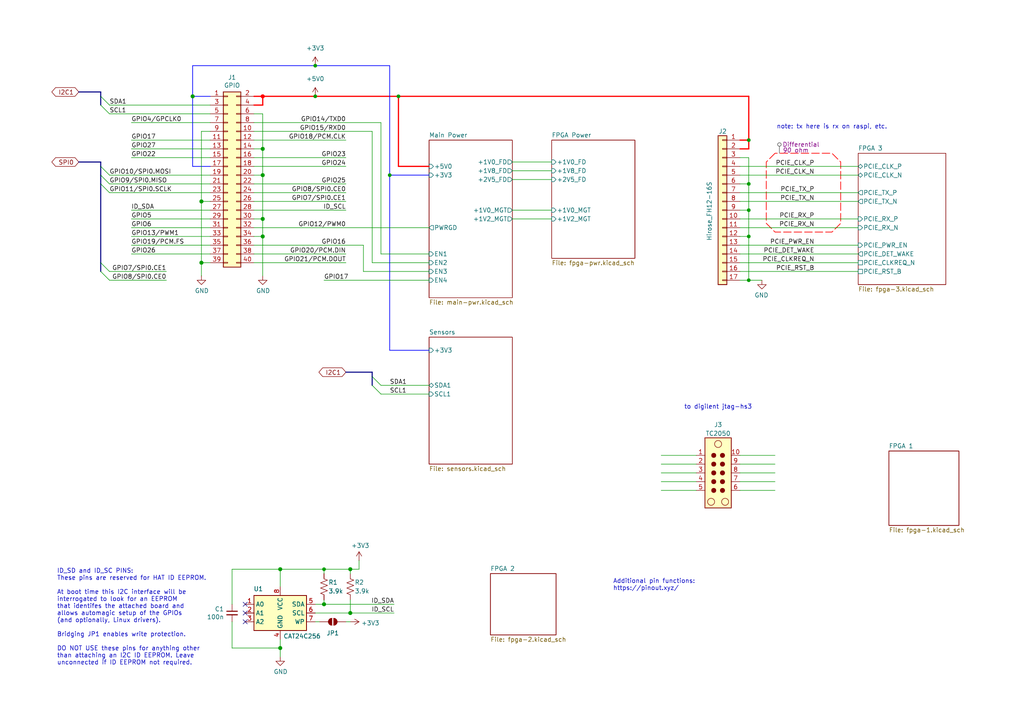
<source format=kicad_sch>
(kicad_sch (version 20250114) (generator "eeschema") (generator_version "9.0")
  (paper "A4")
  (title_block (title "RPi HwAB HAT+") (date "2025-08-23") (rev "01") (company "Andre S Winkel"))
  (lib_symbols
    (symbol "Connector:TC2050" (in_bom no)
      (property "Reference" "J" (at 1.27 11.43 0))
      (property "Value" "TC2050" (at 1.27 -11.43 0))
      (symbol "TC2050_1_1"
        (rectangle (start -2.54 10.16) (end 5.08 -10.16) (stroke (width 0.254)) (fill (type background)))
        (circle (center -0.762 -8.382) (radius 1.016))
        (circle (center 0 5.08) (radius 0.635) (fill (type outline)))
        (circle (center 0 2.54) (radius 0.635) (fill (type outline)))
        (circle (center 0 0) (radius 0.635) (fill (type outline)))
        (circle (center 0 -2.54) (radius 0.635) (fill (type outline)))
        (circle (center 0 -5.08) (radius 0.635) (fill (type outline)))
        (circle (center 1.27 8.382) (radius 1.016))
        (circle (center 2.54 5.08) (radius 0.635) (fill (type outline)))
        (circle (center 2.54 2.54) (radius 0.635) (fill (type outline)))
        (circle (center 2.54 0) (radius 0.635) (fill (type outline)))
        (circle (center 2.54 -2.54) (radius 0.635) (fill (type outline)))
        (circle (center 2.54 -5.08) (radius 0.635) (fill (type outline)))
        (circle (center 3.302 -8.382) (radius 1.016))
        (pin passive line (at -5.08 5.08 0) (length 2.54) (name "~") (number "1"))
        (pin passive line (at -5.08 2.54 0) (length 2.54) (name "~") (number "2"))
        (pin passive line (at -5.08 0 0) (length 2.54) (name "~") (number "3"))
        (pin passive line (at -5.08 -2.54 0) (length 2.54) (name "~") (number "4"))
        (pin passive line (at -5.08 -5.08 0) (length 2.54) (name "~") (number "5"))
        (pin passive line (at 7.62 5.08 180) (length 2.54) (name "~") (number "10"))
        (pin passive line (at 7.62 2.54 180) (length 2.54) (name "~") (number "9"))
        (pin passive line (at 7.62 0 180) (length 2.54) (name "~") (number "8"))
        (pin passive line (at 7.62 -2.54 180) (length 2.54) (name "~") (number "7"))
        (pin passive line (at 7.62 -5.08 180) (length 2.54) (name "~") (number "6"))
      )
    )
    (symbol "Connector_Generic:Conn_01x17" (pin_names (offset 1.016) (hide yes))
      (property "Reference" "J" (at 0 22.86 0))
      (property "Value" "Conn_01x17" (at 0 -22.86 0))
      (symbol "Conn_01x17_1_1"
        (rectangle (start -1.27 21.59) (end 1.27 -21.59) (stroke (width 0.254)) (fill (type background)))
        (rectangle (start -1.27 20.447) (end 0 20.193) (stroke (width 0.1524)))
        (rectangle (start -1.27 17.907) (end 0 17.653) (stroke (width 0.1524)))
        (rectangle (start -1.27 15.367) (end 0 15.113) (stroke (width 0.1524)))
        (rectangle (start -1.27 12.827) (end 0 12.573) (stroke (width 0.1524)))
        (rectangle (start -1.27 10.287) (end 0 10.033) (stroke (width 0.1524)))
        (rectangle (start -1.27 7.747) (end 0 7.493) (stroke (width 0.1524)))
        (rectangle (start -1.27 5.207) (end 0 4.953) (stroke (width 0.1524)))
        (rectangle (start -1.27 2.667) (end 0 2.413) (stroke (width 0.1524)))
        (rectangle (start -1.27 0.127) (end 0 -0.127) (stroke (width 0.1524)))
        (rectangle (start -1.27 -2.413) (end 0 -2.667) (stroke (width 0.1524)))
        (rectangle (start -1.27 -4.953) (end 0 -5.207) (stroke (width 0.1524)))
        (rectangle (start -1.27 -7.493) (end 0 -7.747) (stroke (width 0.1524)))
        (rectangle (start -1.27 -10.033) (end 0 -10.287) (stroke (width 0.1524)))
        (rectangle (start -1.27 -12.573) (end 0 -12.827) (stroke (width 0.1524)))
        (rectangle (start -1.27 -15.113) (end 0 -15.367) (stroke (width 0.1524)))
        (rectangle (start -1.27 -17.653) (end 0 -17.907) (stroke (width 0.1524)))
        (rectangle (start -1.27 -20.193) (end 0 -20.447) (stroke (width 0.1524)))
        (pin passive line (at -5.08 20.32 0) (length 3.81) (name "Pin_1") (number "1"))
        (pin passive line (at -5.08 17.78 0) (length 3.81) (name "Pin_2") (number "2"))
        (pin passive line (at -5.08 15.24 0) (length 3.81) (name "Pin_3") (number "3"))
        (pin passive line (at -5.08 12.7 0) (length 3.81) (name "Pin_4") (number "4"))
        (pin passive line (at -5.08 10.16 0) (length 3.81) (name "Pin_5") (number "5"))
        (pin passive line (at -5.08 7.62 0) (length 3.81) (name "Pin_6") (number "6"))
        (pin passive line (at -5.08 5.08 0) (length 3.81) (name "Pin_7") (number "7"))
        (pin passive line (at -5.08 2.54 0) (length 3.81) (name "Pin_8") (number "8"))
        (pin passive line (at -5.08 0 0) (length 3.81) (name "Pin_9") (number "9"))
        (pin passive line (at -5.08 -2.54 0) (length 3.81) (name "Pin_10") (number "10"))
        (pin passive line (at -5.08 -5.08 0) (length 3.81) (name "Pin_11") (number "11"))
        (pin passive line (at -5.08 -7.62 0) (length 3.81) (name "Pin_12") (number "12"))
        (pin passive line (at -5.08 -10.16 0) (length 3.81) (name "Pin_13") (number "13"))
        (pin passive line (at -5.08 -12.7 0) (length 3.81) (name "Pin_14") (number "14"))
        (pin passive line (at -5.08 -15.24 0) (length 3.81) (name "Pin_15") (number "15"))
        (pin passive line (at -5.08 -17.78 0) (length 3.81) (name "Pin_16") (number "16"))
        (pin passive line (at -5.08 -20.32 0) (length 3.81) (name "Pin_17") (number "17"))
      )
    )
    (symbol "Connector_Generic:Conn_02x20_Odd_Even" (pin_names (offset 1.016) (hide yes))
      (property "Reference" "J" (at 1.27 25.4 0))
      (property "Value" "Conn_02x20_Odd_Even" (at 1.27 -27.94 0))
      (symbol "Conn_02x20_Odd_Even_1_1"
        (rectangle (start -1.27 24.13) (end 3.81 -26.67) (stroke (width 0.254)) (fill (type background)))
        (rectangle (start -1.27 22.987) (end 0 22.733) (stroke (width 0.1524)))
        (rectangle (start -1.27 20.447) (end 0 20.193) (stroke (width 0.1524)))
        (rectangle (start -1.27 17.907) (end 0 17.653) (stroke (width 0.1524)))
        (rectangle (start -1.27 15.367) (end 0 15.113) (stroke (width 0.1524)))
        (rectangle (start -1.27 12.827) (end 0 12.573) (stroke (width 0.1524)))
        (rectangle (start -1.27 10.287) (end 0 10.033) (stroke (width 0.1524)))
        (rectangle (start -1.27 7.747) (end 0 7.493) (stroke (width 0.1524)))
        (rectangle (start -1.27 5.207) (end 0 4.953) (stroke (width 0.1524)))
        (rectangle (start -1.27 2.667) (end 0 2.413) (stroke (width 0.1524)))
        (rectangle (start -1.27 0.127) (end 0 -0.127) (stroke (width 0.1524)))
        (rectangle (start -1.27 -2.413) (end 0 -2.667) (stroke (width 0.1524)))
        (rectangle (start -1.27 -4.953) (end 0 -5.207) (stroke (width 0.1524)))
        (rectangle (start -1.27 -7.493) (end 0 -7.747) (stroke (width 0.1524)))
        (rectangle (start -1.27 -10.033) (end 0 -10.287) (stroke (width 0.1524)))
        (rectangle (start -1.27 -12.573) (end 0 -12.827) (stroke (width 0.1524)))
        (rectangle (start -1.27 -15.113) (end 0 -15.367) (stroke (width 0.1524)))
        (rectangle (start -1.27 -17.653) (end 0 -17.907) (stroke (width 0.1524)))
        (rectangle (start -1.27 -20.193) (end 0 -20.447) (stroke (width 0.1524)))
        (rectangle (start -1.27 -22.733) (end 0 -22.987) (stroke (width 0.1524)))
        (rectangle (start -1.27 -25.273) (end 0 -25.527) (stroke (width 0.1524)))
        (rectangle (start 3.81 22.987) (end 2.54 22.733) (stroke (width 0.1524)))
        (rectangle (start 3.81 20.447) (end 2.54 20.193) (stroke (width 0.1524)))
        (rectangle (start 3.81 17.907) (end 2.54 17.653) (stroke (width 0.1524)))
        (rectangle (start 3.81 15.367) (end 2.54 15.113) (stroke (width 0.1524)))
        (rectangle (start 3.81 12.827) (end 2.54 12.573) (stroke (width 0.1524)))
        (rectangle (start 3.81 10.287) (end 2.54 10.033) (stroke (width 0.1524)))
        (rectangle (start 3.81 7.747) (end 2.54 7.493) (stroke (width 0.1524)))
        (rectangle (start 3.81 5.207) (end 2.54 4.953) (stroke (width 0.1524)))
        (rectangle (start 3.81 2.667) (end 2.54 2.413) (stroke (width 0.1524)))
        (rectangle (start 3.81 0.127) (end 2.54 -0.127) (stroke (width 0.1524)))
        (rectangle (start 3.81 -2.413) (end 2.54 -2.667) (stroke (width 0.1524)))
        (rectangle (start 3.81 -4.953) (end 2.54 -5.207) (stroke (width 0.1524)))
        (rectangle (start 3.81 -7.493) (end 2.54 -7.747) (stroke (width 0.1524)))
        (rectangle (start 3.81 -10.033) (end 2.54 -10.287) (stroke (width 0.1524)))
        (rectangle (start 3.81 -12.573) (end 2.54 -12.827) (stroke (width 0.1524)))
        (rectangle (start 3.81 -15.113) (end 2.54 -15.367) (stroke (width 0.1524)))
        (rectangle (start 3.81 -17.653) (end 2.54 -17.907) (stroke (width 0.1524)))
        (rectangle (start 3.81 -20.193) (end 2.54 -20.447) (stroke (width 0.1524)))
        (rectangle (start 3.81 -22.733) (end 2.54 -22.987) (stroke (width 0.1524)))
        (rectangle (start 3.81 -25.273) (end 2.54 -25.527) (stroke (width 0.1524)))
        (pin passive line (at -5.08 22.86 0) (length 3.81) (name "Pin_1") (number "1"))
        (pin passive line (at -5.08 20.32 0) (length 3.81) (name "Pin_3") (number "3"))
        (pin passive line (at -5.08 17.78 0) (length 3.81) (name "Pin_5") (number "5"))
        (pin passive line (at -5.08 15.24 0) (length 3.81) (name "Pin_7") (number "7"))
        (pin passive line (at -5.08 12.7 0) (length 3.81) (name "Pin_9") (number "9"))
        (pin passive line (at -5.08 10.16 0) (length 3.81) (name "Pin_11") (number "11"))
        (pin passive line (at -5.08 7.62 0) (length 3.81) (name "Pin_13") (number "13"))
        (pin passive line (at -5.08 5.08 0) (length 3.81) (name "Pin_15") (number "15"))
        (pin passive line (at -5.08 2.54 0) (length 3.81) (name "Pin_17") (number "17"))
        (pin passive line (at -5.08 0 0) (length 3.81) (name "Pin_19") (number "19"))
        (pin passive line (at -5.08 -2.54 0) (length 3.81) (name "Pin_21") (number "21"))
        (pin passive line (at -5.08 -5.08 0) (length 3.81) (name "Pin_23") (number "23"))
        (pin passive line (at -5.08 -7.62 0) (length 3.81) (name "Pin_25") (number "25"))
        (pin passive line (at -5.08 -10.16 0) (length 3.81) (name "Pin_27") (number "27"))
        (pin passive line (at -5.08 -12.7 0) (length 3.81) (name "Pin_29") (number "29"))
        (pin passive line (at -5.08 -15.24 0) (length 3.81) (name "Pin_31") (number "31"))
        (pin passive line (at -5.08 -17.78 0) (length 3.81) (name "Pin_33") (number "33"))
        (pin passive line (at -5.08 -20.32 0) (length 3.81) (name "Pin_35") (number "35"))
        (pin passive line (at -5.08 -22.86 0) (length 3.81) (name "Pin_37") (number "37"))
        (pin passive line (at -5.08 -25.4 0) (length 3.81) (name "Pin_39") (number "39"))
        (pin passive line (at 7.62 22.86 180) (length 3.81) (name "Pin_2") (number "2"))
        (pin passive line (at 7.62 20.32 180) (length 3.81) (name "Pin_4") (number "4"))
        (pin passive line (at 7.62 17.78 180) (length 3.81) (name "Pin_6") (number "6"))
        (pin passive line (at 7.62 15.24 180) (length 3.81) (name "Pin_8") (number "8"))
        (pin passive line (at 7.62 12.7 180) (length 3.81) (name "Pin_10") (number "10"))
        (pin passive line (at 7.62 10.16 180) (length 3.81) (name "Pin_12") (number "12"))
        (pin passive line (at 7.62 7.62 180) (length 3.81) (name "Pin_14") (number "14"))
        (pin passive line (at 7.62 5.08 180) (length 3.81) (name "Pin_16") (number "16"))
        (pin passive line (at 7.62 2.54 180) (length 3.81) (name "Pin_18") (number "18"))
        (pin passive line (at 7.62 0 180) (length 3.81) (name "Pin_20") (number "20"))
        (pin passive line (at 7.62 -2.54 180) (length 3.81) (name "Pin_22") (number "22"))
        (pin passive line (at 7.62 -5.08 180) (length 3.81) (name "Pin_24") (number "24"))
        (pin passive line (at 7.62 -7.62 180) (length 3.81) (name "Pin_26") (number "26"))
        (pin passive line (at 7.62 -10.16 180) (length 3.81) (name "Pin_28") (number "28"))
        (pin passive line (at 7.62 -12.7 180) (length 3.81) (name "Pin_30") (number "30"))
        (pin passive line (at 7.62 -15.24 180) (length 3.81) (name "Pin_32") (number "32"))
        (pin passive line (at 7.62 -17.78 180) (length 3.81) (name "Pin_34") (number "34"))
        (pin passive line (at 7.62 -20.32 180) (length 3.81) (name "Pin_36") (number "36"))
        (pin passive line (at 7.62 -22.86 180) (length 3.81) (name "Pin_38") (number "38"))
        (pin passive line (at 7.62 -25.4 180) (length 3.81) (name "Pin_40") (number "40"))
      )
    )
    (symbol "Device:C_Small" (pin_numbers (hide yes)) (pin_names (offset 0.254) (hide yes))
      (property "Reference" "C" (at 0.254 1.778 0))
      (property "Value" "C_Small" (at 0.254 -2.032 0))
      (symbol "C_Small_0_1"
        (polyline (pts (xy -1.524 0.508) (xy 1.524 0.508)) (stroke (width 0.3048)))
        (polyline (pts (xy -1.524 -0.508) (xy 1.524 -0.508)) (stroke (width 0.3302)))
      )
      (symbol "C_Small_1_1"
        (pin passive line (at 0 2.54 270) (length 2.032) (name "~") (number "1"))
        (pin passive line (at 0 -2.54 90) (length 2.032) (name "~") (number "2"))
      )
    )
    (symbol "Device:R_US" (pin_numbers (hide yes)) (pin_names (offset 0))
      (property "Reference" "R" (at 2.54 0 90))
      (property "Value" "R_US" (at -2.54 0 90))
      (symbol "R_US_0_1"
        (polyline (pts (xy 0 2.286) (xy 0 2.54)))
        (polyline (pts (xy 0 2.286) (xy 1.016 1.905) (xy 0 1.524) (xy -1.016 1.143) (xy 0 0.762)))
        (polyline (pts (xy 0 0.762) (xy 1.016 0.381) (xy 0 0) (xy -1.016 -0.381) (xy 0 -0.762)))
        (polyline (pts (xy 0 -0.762) (xy 1.016 -1.143) (xy 0 -1.524) (xy -1.016 -1.905) (xy 0 -2.286)))
        (polyline (pts (xy 0 -2.286) (xy 0 -2.54)))
      )
      (symbol "R_US_1_1"
        (pin passive line (at 0 3.81 270) (length 1.27) (name "~") (number "1"))
        (pin passive line (at 0 -3.81 90) (length 1.27) (name "~") (number "2"))
      )
    )
    (symbol "Jumper:SolderJumper_2_Open" (pin_numbers (hide yes)) (pin_names (offset 0) (hide yes)) (in_bom no)
      (property "Reference" "JP" (at 0 2.032 0))
      (property "Value" "SolderJumper_2_Open" (at 0 -2.54 0))
      (symbol "SolderJumper_2_Open_0_1"
        (polyline (pts (xy -0.254 1.016) (xy -0.254 -1.016)))
        (arc (start -0.254 -1.016) (mid -1.2656 0) (end -0.254 1.016))
        (arc (start -0.254 -1.016) (mid -1.2656 0) (end -0.254 1.016) (fill (type outline)))
        (arc (start 0.254 1.016) (mid 1.2656 0) (end 0.254 -1.016))
        (arc (start 0.254 1.016) (mid 1.2656 0) (end 0.254 -1.016) (fill (type outline)))
        (polyline (pts (xy 0.254 1.016) (xy 0.254 -1.016)))
      )
      (symbol "SolderJumper_2_Open_1_1"
        (pin passive line (at -3.81 0 0) (length 2.54) (name "A") (number "1"))
        (pin passive line (at 3.81 0 180) (length 2.54) (name "B") (number "2"))
      )
    )
    (symbol "Memory_EEPROM:CAT24C256"
      (property "Reference" "U" (at -6.35 6.35 0))
      (property "Value" "CAT24C256" (at 1.27 6.35 0))
      (symbol "CAT24C256_1_1"
        (rectangle (start -7.62 5.08) (end 7.62 -5.08) (stroke (width 0.254)) (fill (type background)))
        (pin input line (at -10.16 2.54 0) (length 2.54) (name "A0") (number "1"))
        (pin input line (at -10.16 0 0) (length 2.54) (name "A1") (number "2"))
        (pin input line (at -10.16 -2.54 0) (length 2.54) (name "A2") (number "3"))
        (pin power_in line (at 0 7.62 270) (length 2.54) (name "VCC") (number "8"))
        (pin power_in line (at 0 -7.62 90) (length 2.54) (name "GND") (number "4"))
        (pin bidirectional line (at 10.16 2.54 180) (length 2.54) (name "SDA") (number "5"))
        (pin input line (at 10.16 0 180) (length 2.54) (name "SCL") (number "6"))
        (pin input line (at 10.16 -2.54 180) (length 2.54) (name "WP") (number "7"))
      )
    )
    (symbol "power:+3.3V" (power) (pin_numbers (hide yes)) (pin_names (offset 0) (hide yes))
      (property "Value" "+3.3V" (at 0 3.556 0))
      (symbol "+3.3V_0_1"
        (polyline (pts (xy -0.762 1.27) (xy 0 2.54)))
        (polyline (pts (xy 0 2.54) (xy 0.762 1.27)))
        (polyline (pts (xy 0 0) (xy 0 2.54)))
      )
      (symbol "+3.3V_1_1"
        (pin power_in line (at 0 0 90) (length 0) (name "~") (number "1"))
      )
    )
    (symbol "power:+5V" (power) (pin_numbers (hide yes)) (pin_names (offset 0) (hide yes))
      (property "Value" "+5V" (at 0 3.556 0))
      (symbol "+5V_0_1"
        (polyline (pts (xy -0.762 1.27) (xy 0 2.54)))
        (polyline (pts (xy 0 2.54) (xy 0.762 1.27)))
        (polyline (pts (xy 0 0) (xy 0 2.54)))
      )
      (symbol "+5V_1_1"
        (pin power_in line (at 0 0 90) (length 0) (name "~") (number "1"))
      )
    )
    (symbol "power:GND" (power) (pin_numbers (hide yes)) (pin_names (offset 0) (hide yes))
      (property "Value" "GND" (at 0 -3.81 0))
      (symbol "GND_0_1"
        (polyline (pts (xy 0 0) (xy 0 -1.27) (xy 1.27 -1.27) (xy 0 -2.54) (xy -1.27 -1.27) (xy 0 -1.27)))
      )
      (symbol "GND_1_1"
        (pin power_in line (at 0 0 270) (length 0) (name "~") (number "1"))
      )
    )
  )
  (text "Additional pin functions:\nhttps://pinout.xyz/" (at 177.8 171.45 0) (effects (font (size 1.27 1.27)) (justify left bottom)))
  (text "note: tx here is rx on raspi, etc." (at 241.3 36.83 0) (effects (font (size 1.27 1.27))))
  (text "ID_SD and ID_SC PINS:\nThese pins are reserved for HAT ID EEPROM.\n\nAt boot time this I2C interface will be\ninterrogated to look for an EEPROM\nthat identifes the attached board and\nallows automagic setup of the GPIOs\n(and optionally, Linux drivers).\n\nBridging JP1 enables write protection.\n\nDO NOT USE these pins for anything other\nthan attaching an I2C ID EEPROM. Leave\nunconnected if ID EEPROM not required." (at 16.51 193.04 0) (effects (font (size 1.27 1.27)) (justify left bottom)))
  (text "to digilent jtag-hs3" (at 208.28 118.11 0) (effects (font (size 1.27 1.27))))
  (junction (at 93.98 175.26) (diameter 1.016))
  (junction (at 93.98 165.1))
  (junction (at 76.2 27.94) (diameter 1.016) (color 255 0 0 1))
  (junction (at 81.28 187.96) (diameter 1.016))
  (junction (at 217.17 60.96))
  (junction (at 76.2 43.18) (diameter 1.016))
  (junction (at 81.28 165.1) (diameter 1.016))
  (junction (at 91.44 27.94))
  (junction (at 113.03 50.8))
  (junction (at 101.6 165.1) (diameter 1.016))
  (junction (at 217.17 68.58))
  (junction (at 58.42 76.2) (diameter 1.016))
  (junction (at 217.17 53.34))
  (junction (at 58.42 58.42) (diameter 1.016))
  (junction (at 76.2 68.58) (diameter 1.016))
  (junction (at 217.17 40.64))
  (junction (at 115.57 27.94))
  (junction (at 91.44 19.05))
  (junction (at 217.17 81.28))
  (junction (at 76.2 63.5) (diameter 1.016))
  (junction (at 76.2 50.8) (diameter 1.016))
  (junction (at 101.6 177.8) (diameter 1.016))
  (junction (at 55.88 27.94) (diameter 1.016))
  (no_connect (at 71.12 175.26))
  (no_connect (at 71.12 177.8))
  (no_connect (at 71.12 180.34))
  (bus_entry (at 29.21 76.2) (size 2.54 2.54))
  (bus_entry (at 29.21 48.26) (size 2.54 2.54))
  (bus_entry (at 107.95 109.22) (size 2.54 2.54))
  (bus_entry (at 29.21 50.8) (size 2.54 2.54))
  (bus_entry (at 29.21 78.74) (size 2.54 2.54))
  (bus_entry (at 31.75 33.02) (size -2.54 -2.54))
  (bus_entry (at 31.75 30.48) (size -2.54 -2.54))
  (bus_entry (at 107.95 111.76) (size 2.54 2.54))
  (bus_entry (at 29.21 53.34) (size 2.54 2.54))
  (wire (pts (xy 58.42 58.42) (xy 58.42 76.2)))
  (wire (pts (xy 191.77 137.16) (xy 201.93 137.16)))
  (wire (pts (xy 148.59 63.5) (xy 160.02 63.5)))
  (wire (pts (xy 73.66 58.42) (xy 100.33 58.42)))
  (wire (pts (xy 214.63 50.8) (xy 248.92 50.8)))
  (wire (pts (xy 81.28 165.1) (xy 93.98 165.1)))
  (bus (pts (xy 29.21 50.8) (xy 29.21 48.26)))
  (wire (pts (xy 217.17 68.58) (xy 214.63 68.58)))
  (wire (pts (xy 76.2 33.02) (xy 76.2 43.18)))
  (wire (pts (xy 76.2 50.8) (xy 73.66 50.8)))
  (wire (pts (xy 214.63 137.16) (xy 224.79 137.16)))
  (wire (pts (xy 214.63 142.24) (xy 224.79 142.24)))
  (wire (pts (xy 214.63 48.26) (xy 248.92 48.26)))
  (wire (pts (xy 191.77 134.62) (xy 201.93 134.62)))
  (wire (pts (xy 76.2 63.5) (xy 76.2 68.58)))
  (wire (pts (xy 214.63 139.7) (xy 224.79 139.7)))
  (wire (pts (xy 113.03 50.8) (xy 113.03 19.05)) (stroke (width 0.2032) (color 0 0 255 1)))
  (bus (pts (xy 29.21 48.26) (xy 29.21 46.99)))
  (bus (pts (xy 29.21 76.2) (xy 29.21 78.74)))
  (wire (pts (xy 214.63 132.08) (xy 224.79 132.08)))
  (wire (pts (xy 76.2 50.8) (xy 76.2 63.5)))
  (wire (pts (xy 214.63 73.66) (xy 248.92 73.66)))
  (wire (pts (xy 58.42 38.1) (xy 58.42 58.42)))
  (bus (pts (xy 100.33 107.95) (xy 107.95 107.95)))
  (wire (pts (xy 91.44 175.26) (xy 93.98 175.26)))
  (wire (pts (xy 217.17 27.94) (xy 217.17 40.64)) (stroke (width 0.3556) (color 255 0 0 1)))
  (wire (pts (xy 58.42 38.1) (xy 60.96 38.1)))
  (wire (pts (xy 91.44 180.34) (xy 92.71 180.34)))
  (wire (pts (xy 100.33 180.34) (xy 101.6 180.34)))
  (wire (pts (xy 31.75 81.28) (xy 48.26 81.28)))
  (wire (pts (xy 148.59 49.53) (xy 160.02 49.53)))
  (wire (pts (xy 60.96 60.96) (xy 38.1 60.96)))
  (wire (pts (xy 31.75 78.74) (xy 48.26 78.74)))
  (wire (pts (xy 124.46 101.6) (xy 113.03 101.6)) (stroke (width 0.2032) (color 0 0 255 1)))
  (wire (pts (xy 38.1 63.5) (xy 60.96 63.5)))
  (wire (pts (xy 217.17 43.18) (xy 217.17 40.64)) (stroke (width 0.3556) (color 255 0 0 1)))
  (wire (pts (xy 73.66 38.1) (xy 107.95 38.1)))
  (wire (pts (xy 191.77 142.24) (xy 201.93 142.24)))
  (wire (pts (xy 55.88 19.05) (xy 55.88 27.94)) (stroke (width 0.2032) (color 0 0 255 1)))
  (wire (pts (xy 217.17 68.58) (xy 217.17 81.28)))
  (wire (pts (xy 58.42 58.42) (xy 60.96 58.42)))
  (wire (pts (xy 110.49 114.3) (xy 124.46 114.3)))
  (wire (pts (xy 214.63 45.72) (xy 217.17 45.72)))
  (wire (pts (xy 104.14 162.56) (xy 104.14 165.1)))
  (wire (pts (xy 73.66 45.72) (xy 100.33 45.72)))
  (wire (pts (xy 81.28 165.1) (xy 81.28 170.18)))
  (bus (pts (xy 22.86 46.99) (xy 29.21 46.99)))
  (wire (pts (xy 217.17 45.72) (xy 217.17 53.34)))
  (bus (pts (xy 29.21 53.34) (xy 29.21 76.2)))
  (wire (pts (xy 73.66 76.2) (xy 100.33 76.2)))
  (wire (pts (xy 58.42 76.2) (xy 58.42 80.01)))
  (wire (pts (xy 38.1 43.18) (xy 60.96 43.18)))
  (wire (pts (xy 104.14 165.1) (xy 101.6 165.1)))
  (wire (pts (xy 110.49 111.76) (xy 124.46 111.76)))
  (bus (pts (xy 29.21 30.48) (xy 29.21 27.94)))
  (wire (pts (xy 191.77 132.08) (xy 201.93 132.08)))
  (wire (pts (xy 76.2 68.58) (xy 73.66 68.58)))
  (wire (pts (xy 124.46 76.2) (xy 107.95 76.2)))
  (wire (pts (xy 73.66 35.56) (xy 110.49 35.56)))
  (wire (pts (xy 115.57 48.26) (xy 115.57 27.94)) (stroke (width 0.3556) (color 255 0 0 1)))
  (wire (pts (xy 31.75 33.02) (xy 60.96 33.02)))
  (wire (pts (xy 93.98 175.26) (xy 114.3 175.26)))
  (wire (pts (xy 214.63 40.64) (xy 217.17 40.64)) (stroke (width 0.3556) (color 255 0 0 1)))
  (wire (pts (xy 113.03 101.6) (xy 113.03 50.8)) (stroke (width 0.2032) (color 0 0 255 1)))
  (wire (pts (xy 31.75 55.88) (xy 60.96 55.88)))
  (wire (pts (xy 55.88 48.26) (xy 60.96 48.26)) (stroke (width 0.2032) (color 0 0 255 1)))
  (wire (pts (xy 60.96 30.48) (xy 31.75 30.48)))
  (wire (pts (xy 76.2 27.94) (xy 76.2 30.48)) (stroke (width 0.3556) (color 255 0 0 1)))
  (wire (pts (xy 73.66 71.12) (xy 105.41 71.12)))
  (wire (pts (xy 214.63 43.18) (xy 217.17 43.18)) (stroke (width 0.3556) (color 255 0 0 1)))
  (wire (pts (xy 76.2 43.18) (xy 76.2 50.8)))
  (wire (pts (xy 148.59 60.96) (xy 160.02 60.96)))
  (wire (pts (xy 73.66 40.64) (xy 100.33 40.64)))
  (wire (pts (xy 76.2 43.18) (xy 73.66 43.18)))
  (wire (pts (xy 148.59 46.99) (xy 160.02 46.99)))
  (wire (pts (xy 214.63 76.2) (xy 248.92 76.2)))
  (wire (pts (xy 105.41 78.74) (xy 124.46 78.74)))
  (wire (pts (xy 91.44 19.05) (xy 113.03 19.05)) (stroke (width 0.2032) (color 0 0 255 1)))
  (wire (pts (xy 38.1 35.56) (xy 60.96 35.56)))
  (wire (pts (xy 38.1 40.64) (xy 60.96 40.64)))
  (wire (pts (xy 93.98 165.1) (xy 93.98 166.37)))
  (wire (pts (xy 76.2 27.94) (xy 73.66 27.94)) (stroke (width 0.3556) (color 255 0 0 1)))
  (wire (pts (xy 55.88 27.94) (xy 55.88 48.26)) (stroke (width 0.2032) (color 0 0 255 1)))
  (wire (pts (xy 105.41 71.12) (xy 105.41 78.74)))
  (wire (pts (xy 76.2 27.94) (xy 91.44 27.94)) (stroke (width 0.3556) (color 255 0 0 1)))
  (wire (pts (xy 73.66 48.26) (xy 100.33 48.26)))
  (wire (pts (xy 148.59 52.07) (xy 160.02 52.07)))
  (wire (pts (xy 93.98 173.99) (xy 93.98 175.26)))
  (wire (pts (xy 91.44 177.8) (xy 101.6 177.8)))
  (wire (pts (xy 101.6 177.8) (xy 114.3 177.8)))
  (wire (pts (xy 38.1 45.72) (xy 60.96 45.72)))
  (wire (pts (xy 31.75 53.34) (xy 60.96 53.34)))
  (wire (pts (xy 217.17 81.28) (xy 214.63 81.28)))
  (wire (pts (xy 101.6 173.99) (xy 101.6 177.8)))
  (wire (pts (xy 214.63 134.62) (xy 224.79 134.62)))
  (wire (pts (xy 115.57 27.94) (xy 217.17 27.94)) (stroke (width 0.3556) (color 255 0 0 1)))
  (wire (pts (xy 38.1 66.04) (xy 60.96 66.04)))
  (wire (pts (xy 76.2 30.48) (xy 73.66 30.48)) (stroke (width 0.3556) (color 255 0 0 1)))
  (wire (pts (xy 214.63 63.5) (xy 248.92 63.5)))
  (wire (pts (xy 191.77 139.7) (xy 201.93 139.7)))
  (wire (pts (xy 214.63 55.88) (xy 248.92 55.88)))
  (wire (pts (xy 93.98 165.1) (xy 101.6 165.1)))
  (wire (pts (xy 214.63 78.74) (xy 248.92 78.74)))
  (wire (pts (xy 38.1 71.12) (xy 60.96 71.12)))
  (bus (pts (xy 107.95 107.95) (xy 107.95 109.22)))
  (wire (pts (xy 124.46 50.8) (xy 113.03 50.8)) (stroke (width 0.2032) (color 0 0 255 1)))
  (wire (pts (xy 110.49 73.66) (xy 124.46 73.66)))
  (wire (pts (xy 73.66 55.88) (xy 100.33 55.88)))
  (wire (pts (xy 73.66 66.04) (xy 124.46 66.04)))
  (wire (pts (xy 214.63 66.04) (xy 248.92 66.04)))
  (wire (pts (xy 58.42 76.2) (xy 60.96 76.2)))
  (wire (pts (xy 110.49 35.56) (xy 110.49 73.66)))
  (wire (pts (xy 73.66 73.66) (xy 100.33 73.66)))
  (wire (pts (xy 217.17 60.96) (xy 214.63 60.96)))
  (wire (pts (xy 214.63 58.42) (xy 248.92 58.42)))
  (wire (pts (xy 107.95 76.2) (xy 107.95 38.1)))
  (wire (pts (xy 76.2 33.02) (xy 73.66 33.02)))
  (wire (pts (xy 38.1 73.66) (xy 60.96 73.66)))
  (wire (pts (xy 217.17 60.96) (xy 217.17 68.58)))
  (bus (pts (xy 29.21 27.94) (xy 29.21 26.67)))
  (wire (pts (xy 91.44 27.94) (xy 115.57 27.94)) (stroke (width 0.3556) (color 255 0 0 1)))
  (wire (pts (xy 67.31 165.1) (xy 67.31 175.26)))
  (wire (pts (xy 67.31 180.34) (xy 67.31 187.96)))
  (wire (pts (xy 67.31 187.96) (xy 81.28 187.96)))
  (wire (pts (xy 81.28 165.1) (xy 67.31 165.1)))
  (wire (pts (xy 81.28 185.42) (xy 81.28 187.96)))
  (wire (pts (xy 81.28 187.96) (xy 81.28 190.5)))
  (wire (pts (xy 55.88 19.05) (xy 91.44 19.05)) (stroke (width 0.2032) (color 0 0 255 1)))
  (wire (pts (xy 217.17 53.34) (xy 214.63 53.34)))
  (wire (pts (xy 76.2 68.58) (xy 76.2 80.01)))
  (wire (pts (xy 73.66 53.34) (xy 100.33 53.34)))
  (wire (pts (xy 60.96 68.58) (xy 38.1 68.58)))
  (wire (pts (xy 217.17 53.34) (xy 217.17 60.96)))
  (wire (pts (xy 101.6 166.37) (xy 101.6 165.1)))
  (wire (pts (xy 124.46 48.26) (xy 115.57 48.26)) (stroke (width 0.3556) (color 255 0 0 1)))
  (bus (pts (xy 107.95 109.22) (xy 107.95 111.76)))
  (bus (pts (xy 22.86 26.67) (xy 29.21 26.67)))
  (wire (pts (xy 76.2 63.5) (xy 73.66 63.5)))
  (wire (pts (xy 55.88 27.94) (xy 60.96 27.94)) (stroke (width 0.2032) (color 0 0 255 1)))
  (wire (pts (xy 93.98 81.28) (xy 124.46 81.28)))
  (wire (pts (xy 214.63 71.12) (xy 248.92 71.12)))
  (bus (pts (xy 29.21 53.34) (xy 29.21 50.8)))
  (wire (pts (xy 220.98 81.28) (xy 217.17 81.28)))
  (wire (pts (xy 60.96 50.8) (xy 31.75 50.8)))
  (wire (pts (xy 73.66 60.96) (xy 100.33 60.96)))
  (label "PCIE_CLK_P" (at 236.22 48.26 180))
  (label "ID_SDA" (at 38.1 60.96 0))
  (label "GPIO17" (at 38.1 40.64 0))
  (label "GPIO6" (at 38.1 66.04 0))
  (label "GPIO14{slash}TXD0" (at 100.33 35.56 180))
  (label "ID_SDA" (at 114.3 175.26 180))
  (label "ID_SCL" (at 100.33 60.96 180))
  (label "GPIO5" (at 38.1 63.5 0))
  (label "GPIO21{slash}PCM.DOUT" (at 100.33 76.2 180))
  (label "GPIO19{slash}PCM.FS" (at 38.1 71.12 0))
  (label "GPIO10{slash}SPI0.MOSI" (at 31.75 50.8 0))
  (label "GPIO9{slash}SPI0.MISO" (at 31.75 53.34 0))
  (label "SDA1" (at 113.03 111.76 0))
  (label "PCIE_CLK_N" (at 236.22 50.8 180))
  (label "GPIO17" (at 93.98 81.28 0))
  (label "GPIO8{slash}SPI0.CE0" (at 48.26 81.28 180))
  (label "GPIO23" (at 100.33 45.72 180))
  (label "PCIE_CLKREQ_N" (at 236.22 76.2 180))
  (label "PCIE_RX_P" (at 236.22 63.5 180))
  (label "GPIO4{slash}GPCLK0" (at 38.1 35.56 0))
  (label "GPIO27" (at 38.1 43.18 0))
  (label "GPIO26" (at 38.1 73.66 0))
  (label "PCIE_RX_N" (at 236.22 66.04 180))
  (label "GPIO8{slash}SPI0.CE0" (at 100.33 55.88 180))
  (label "GPIO22" (at 38.1 45.72 0))
  (label "GPIO15{slash}RXD0" (at 100.33 38.1 180))
  (label "SDA1" (at 31.75 30.48 0))
  (label "GPIO7{slash}SPI0.CE1" (at 48.26 78.74 180))
  (label "GPIO25" (at 100.33 53.34 180))
  (label "SCL1" (at 31.75 33.02 0))
  (label "GPIO18{slash}PCM.CLK" (at 100.33 40.64 180))
  (label "PCIE_PWR_EN" (at 236.22 71.12 180))
  (label "GPIO12{slash}PWM0" (at 100.33 66.04 180))
  (label "SCL1" (at 113.03 114.3 0))
  (label "GPIO13{slash}PWM1" (at 38.1 68.58 0))
  (label "PCIE_TX_N" (at 236.22 58.42 180))
  (label "GPIO20{slash}PCM.DIN" (at 100.33 73.66 180))
  (label "GPIO24" (at 100.33 48.26 180))
  (label "GPIO7{slash}SPI0.CE1" (at 100.33 58.42 180))
  (label "PCIE_RST_B" (at 236.22 78.74 180))
  (label "GPIO16" (at 100.33 71.12 180))
  (label "ID_SCL" (at 114.3 177.8 180))
  (label "PCIE_DET_WAKE" (at 236.22 73.66 180))
  (label "GPIO11{slash}SPI0.SCLK" (at 31.75 55.88 0))
  (label "PCIE_TX_P" (at 236.22 55.88 180))
  (global_label "I2C1" (shape bidirectional) (at 100.33 107.95 180) (property "Intersheetrefs" "${INTERSHEET_REFS}" (effects (hide yes))))
  (global_label "SPI0" (shape bidirectional) (at 22.86 46.99 180) (property "Intersheetrefs" "${INTERSHEET_REFS}" (effects (hide yes))))
  (global_label "I2C1" (shape bidirectional) (at 22.86 26.67 180) (property "Intersheetrefs" "${INTERSHEET_REFS}" (effects (hide yes))))
  (rule_area (polyline (pts (xy 224.79 44.45) (xy 222.25 46.99) (xy 222.25 64.77) (xy 224.79 67.31) (xy 241.3 67.31) (xy 243.84 64.77) (xy 243.84 46.99) (xy 241.3 44.45)) (stroke (width 0.2032) (type dash))))
  (netclass_flag "" (length 2.54) (shape round) (at 226.06 44.45 0) (property "Netclass" "Differential" (at 226.949 41.91 0) (effects (justify left))) (property "Component Class" "90 ohm" (at 226.949 43.561 0) (effects (font (italic yes)) (justify left))))
  (symbol (lib_id "power:GND") (at 76.2 80.01 0) (unit 1)
    (property "Reference" "#PWR03" (effects (hide yes)))
    (property "Value" "GND" (at 76.3143 84.3344 0))
    (property "Description" "Power symbol creates a global label with name \"GND\" , ground" (effects (hide yes)))
  )
  (symbol (lib_id "power:GND") (at 58.42 80.01 0) (unit 1)
    (property "Reference" "#PWR02" (effects (hide yes)))
    (property "Value" "GND" (at 58.5343 84.3344 0))
    (property "Description" "Power symbol creates a global label with name \"GND\" , ground" (effects (hide yes)))
  )
  (symbol (lib_id "Connector_Generic:Conn_02x20_Odd_Even") (at 66.04 50.8 0) (unit 1)
    (property "Reference" "J1" (at 67.31 22.4598 0))
    (property "Value" "GPIO" (at 67.31 24.765 0))
    (property "Footprint" "Connector_PinSocket_2.54mm:PinSocket_2x20_P2.54mm_Vertical" (effects (hide yes)))
    (property "Description" "Generic connector, double row, 02x20, odd/even pin numbering scheme (row 1 odd numbers, row 2 even numbers), script generated (kicad-library-utils/schlib/autogen/connector/)" (effects (hide yes)))
  )
  (symbol (lib_id "Device:R_US") (at 93.98 170.18 0) (unit 1)
    (property "Reference" "R1" (at 95.25 168.91 0) (effects (justify left)))
    (property "Value" "3.9k" (at 95.25 171.45 0) (effects (justify left)))
    (property "Footprint" "Resistor_SMD:R_0402_1005Metric" (effects (hide yes)))
    (property "Description" "Resistor, US symbol" (effects (hide yes)))
  )
  (symbol (lib_id "Device:C_Small") (at 67.31 177.8 0) (unit 1)
    (property "Reference" "C1" (at 64.9858 176.6506 0) (effects (justify right)))
    (property "Value" "100n" (at 64.9858 178.9493 0) (effects (justify right)))
    (property "Footprint" "Capacitor_SMD:C_0402_1005Metric" (effects (hide yes)))
    (property "Description" "Unpolarized capacitor, small symbol" (effects (hide yes)))
  )
  (symbol (lib_id "Jumper:SolderJumper_2_Open") (at 96.52 180.34 0) (unit 1)
    (property "Reference" "JP1" (at 96.52 183.623 0))
    (property "Value" "ID_WP" (effects (hide yes)))
    (property "Footprint" "Jumper:SolderJumper-2_P1.3mm_Open_Pad1.0x1.5mm" (effects (hide yes)))
    (property "Description" "Solder Jumper, 2-pole, open" (effects (hide yes)))
  )
  (symbol (lib_id "power:GND") (at 220.98 81.28 0) (mirror y) (unit 1)
    (property "Reference" "#PWR08" (effects (hide yes)))
    (property "Value" "GND" (at 220.8657 85.6044 0))
    (property "Description" "Power symbol creates a global label with name \"GND\" , ground" (effects (hide yes)))
  )
  (symbol (lib_id "power:+3.3V") (at 104.14 162.56 0) (unit 1)
    (property "Reference" "#PWR07" (effects (hide yes)))
    (property "Value" "+3V3" (at 104.5083 158.2356 0))
    (property "Description" "Power symbol creates a global label with name \"+3.3V\"" (effects (hide yes)))
  )
  (symbol (lib_id "Memory_EEPROM:CAT24C256") (at 81.28 177.8 0) (unit 1)
    (property "Reference" "U1" (at 74.93 170.7958 0))
    (property "Value" "CAT24C256" (at 87.63 184.5245 0))
    (property "Footprint" "Package_DFN_QFN:DFN-8_2x2mm_P0.5mm" (effects (hide yes)))
    (property "Datasheet" "https://www.onsemi.cn/PowerSolutions/document/CAT24C256-D.PDF" (effects (hide yes)))
    (property "Description" "256 kb CMOS Serial EEPROM, DIP-8/SOIC-8/TSSOP-8/DFN-8" (effects (hide yes)))
  )
  (symbol (lib_id "Connector_Generic:Conn_01x17") (at 209.55 60.96 0) (mirror y) (unit 1)
    (property "Reference" "J2" (at 210.82 38.1 0) (effects (justify left)))
    (property "Value" "Hirose_FH12-16S" (at 205.74 69.85 90) (effects (justify left)))
    (property "Footprint" "Connector_FFC-FPC:Hirose_FH12-17S-0.5SH_1x17-1MP_P0.50mm_Horizontal" (effects (hide yes)))
    (property "Description" "Generic connector, single row, 01x17, script generated (kicad-library-utils/schlib/autogen/connector/)" (effects (hide yes)))
  )
  (symbol (lib_id "power:+5V") (at 91.44 19.05 0) (unit 1)
    (property "Reference" "#PWR04" (effects (hide yes)))
    (property "Value" "+3V3" (at 91.44 13.97 0))
    (property "Description" "Power symbol creates a global label with name \"+5V\"" (effects (hide yes)))
  )
  (symbol (lib_id "power:GND") (at 81.28 190.5 0) (unit 1)
    (property "Reference" "#PWR05" (effects (hide yes)))
    (property "Value" "GND" (at 81.3943 194.8244 0))
    (property "Description" "Power symbol creates a global label with name \"GND\" , ground" (effects (hide yes)))
  )
  (symbol (lib_id "power:+3.3V") (at 101.6 180.34 270) (unit 1)
    (property "Reference" "#PWR06" (effects (hide yes)))
    (property "Value" "+3V3" (at 104.7751 180.7083 90) (effects (justify left)))
    (property "Description" "Power symbol creates a global label with name \"+3.3V\"" (effects (hide yes)))
  )
  (symbol (lib_id "Device:R_US") (at 101.6 170.18 0) (unit 1)
    (property "Reference" "R2" (at 102.87 168.91 0) (effects (justify left)))
    (property "Value" "3.9k" (at 102.87 171.45 0) (effects (justify left)))
    (property "Footprint" "Resistor_SMD:R_0402_1005Metric" (effects (hide yes)))
    (property "Description" "Resistor, US symbol" (effects (hide yes)))
  )
  (symbol (lib_id "Connector:TC2050") (at 207.01 137.16 0) (unit 1) (in_bom no)
    (property "Reference" "J3" (at 208.28 123.19 0))
    (property "Value" "TC2050" (at 208.28 125.73 0))
    (property "Footprint" "Connector:Tag-Connect_TC2050-IDC-NL_2x05_P1.27mm_Vertical" (effects (hide yes)))
    (property "Datasheet" "https://www.tag-connect.com/wp-content/uploads/bsk-pdf-manager/TC2050-IDC-NL_Datasheet_8.pdf" (effects (hide yes)))
    (property "Description" "Tag-Connect’s 10-pins connector" (effects (hide yes)))
  )
  (symbol (lib_id "power:+5V") (at 91.44 27.94 0) (unit 1)
    (property "Reference" "#PWR01" (effects (hide yes)))
    (property "Value" "+5V0" (at 91.44 22.86 0))
    (property "Description" "Power symbol creates a global label with name \"+5V\"" (effects (hide yes)))
  )
  (sheet (at 124.46 97.79) (size 24.13 36.83) (stroke (width 0.1524))
    (property "Sheetname" "Sensors" (at 124.46 97.0784 0) (effects (justify left bottom)))
    (property "Sheetfile" "sensors.kicad_sch" (at 124.46 135.2046 0) (effects (justify left top)))
    (pin "SCL1" input (at 124.46 114.3 180))
    (pin "SDA1" bidirectional (at 124.46 111.76 180))
    (pin "+3V3" input (at 124.46 101.6 180))
  )
  (sheet (at 160.02 40.64) (size 24.13 34.29) (stroke (width 0.1524))
    (property "Sheetname" "FPGA Power" (at 160.02 39.9284 0) (effects (justify left bottom)))
    (property "Sheetfile" "fpga-pwr.kicad_sch" (at 160.02 75.5146 0) (effects (justify left top)))
    (pin "+1V0_FD" input (at 160.02 46.99 180))
    (pin "+1V0_MGT" input (at 160.02 60.96 180))
    (pin "+1V2_MGT" input (at 160.02 63.5 180))
    (pin "+1V8_FD" input (at 160.02 49.53 180))
    (pin "+2V5_FD" input (at 160.02 52.07 180))
  )
  (sheet (at 248.92 44.45) (size 25.4 38.1) (stroke (width 0.1524))
    (property "Sheetname" "FPGA 3" (at 248.92 43.7384 0) (effects (justify left bottom)))
    (property "Sheetfile" "fpga-3.kicad_sch" (at 248.92 83.1346 0) (effects (justify left top)))
    (pin "PCIE_CLKREQ_N" passive (at 248.92 76.2 180))
    (pin "PCIE_CLK_N" bidirectional (at 248.92 50.8 180))
    (pin "PCIE_CLK_P" bidirectional (at 248.92 48.26 180))
    (pin "PCIE_DET_WAKE" output (at 248.92 73.66 180))
    (pin "PCIE_PWR_EN" input (at 248.92 71.12 180))
    (pin "PCIE_RST_B" passive (at 248.92 78.74 180))
    (pin "PCIE_TX_N" output (at 248.92 58.42 180))
    (pin "PCIE_TX_P" output (at 248.92 55.88 180))
    (pin "PCIE_RX_N" input (at 248.92 66.04 180))
    (pin "PCIE_RX_P" input (at 248.92 63.5 180))
  )
  (sheet (at 142.24 166.37) (size 19.05 17.78) (stroke (width 0.1524))
    (property "Sheetname" "FPGA 2" (at 142.24 165.6584 0) (effects (justify left bottom)))
    (property "Sheetfile" "fpga-2.kicad_sch" (at 142.24 184.7346 0) (effects (justify left top)))
  )
  (sheet (at 257.81 130.81) (size 20.32 21.59) (stroke (width 0.1524))
    (property "Sheetname" "FPGA 1" (at 257.81 130.0984 0) (effects (justify left bottom)))
    (property "Sheetfile" "fpga-1.kicad_sch" (at 257.81 152.9846 0) (effects (justify left top)))
  )
  (sheet (at 124.46 40.64) (size 24.13 45.72) (stroke (width 0.1524))
    (property "Sheetname" "Main Power" (at 124.46 39.9284 0) (effects (justify left bottom)))
    (property "Sheetfile" "main-pwr.kicad_sch" (at 124.46 86.9446 0) (effects (justify left top)))
    (pin "+1V0_FD" output (at 148.59 46.99 0))
    (pin "+1V0_MGT" output (at 148.59 60.96 0))
    (pin "+1V2_MGT" output (at 148.59 63.5 0))
    (pin "+1V8_FD" output (at 148.59 49.53 0))
    (pin "+2V5_FD" output (at 148.59 52.07 0))
    (pin "+5V0" input (at 124.46 48.26 180))
    (pin "+3V3" input (at 124.46 50.8 180))
    (pin "PWRGD" output (at 124.46 66.04 180))
    (pin "EN1" input (at 124.46 73.66 180))
    (pin "EN2" input (at 124.46 76.2 180))
    (pin "EN3" input (at 124.46 78.74 180))
    (pin "EN4" input (at 124.46 81.28 180))
  )
)
</source>
